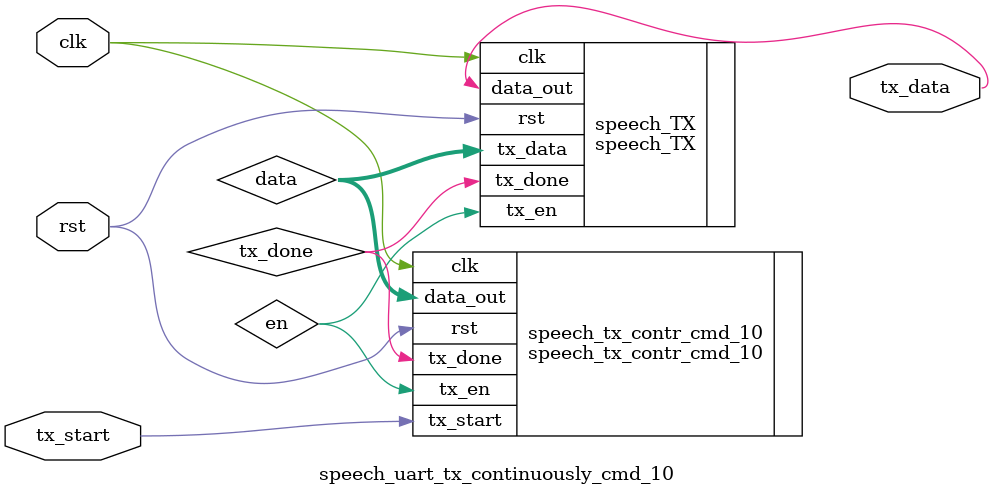
<source format=v>
`timescale 1ns / 1ps
module speech_uart_tx_continuously_cmd_10(
	input clk,
	input rst,
	input tx_start,
	output tx_data
    );
	
	wire [7:0] data;
	wire en;
	wire tx_done;

	
	
	speech_TX speech_TX(
    .clk(clk),
    .rst(rst),
    .tx_data(data),
    .tx_en(en),
	.tx_done(tx_done),
    .data_out(tx_data)
    );
	
	
	speech_tx_contr_cmd_10 speech_tx_contr_cmd_10(
	.clk(clk),
	.rst(rst),
	.tx_start(tx_start),
	.tx_done(tx_done),
	.tx_en(en),
	.data_out(data)
    );

endmodule

</source>
